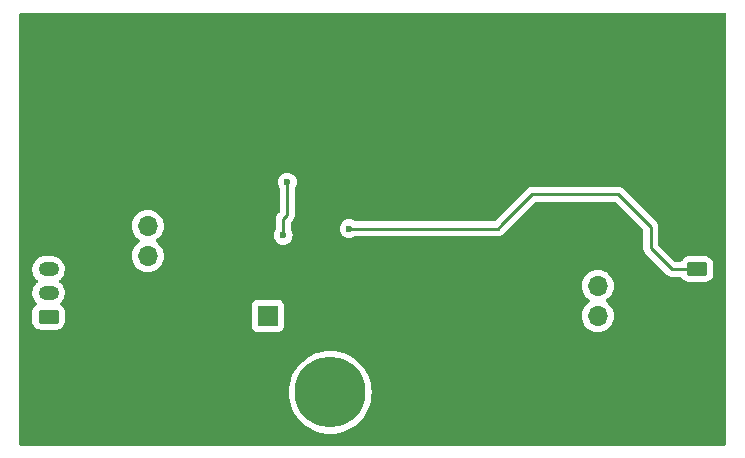
<source format=gbl>
G04 #@! TF.GenerationSoftware,KiCad,Pcbnew,7.0.0*
G04 #@! TF.CreationDate,2023-03-02T15:58:58-08:00*
G04 #@! TF.ProjectId,KYBERNETES-LOGIC-PD,4b594245-524e-4455-9445-532d4c4f4749,rev?*
G04 #@! TF.SameCoordinates,Original*
G04 #@! TF.FileFunction,Copper,L2,Bot*
G04 #@! TF.FilePolarity,Positive*
%FSLAX46Y46*%
G04 Gerber Fmt 4.6, Leading zero omitted, Abs format (unit mm)*
G04 Created by KiCad (PCBNEW 7.0.0) date 2023-03-02 15:58:58*
%MOMM*%
%LPD*%
G01*
G04 APERTURE LIST*
G04 Aperture macros list*
%AMRoundRect*
0 Rectangle with rounded corners*
0 $1 Rounding radius*
0 $2 $3 $4 $5 $6 $7 $8 $9 X,Y pos of 4 corners*
0 Add a 4 corners polygon primitive as box body*
4,1,4,$2,$3,$4,$5,$6,$7,$8,$9,$2,$3,0*
0 Add four circle primitives for the rounded corners*
1,1,$1+$1,$2,$3*
1,1,$1+$1,$4,$5*
1,1,$1+$1,$6,$7*
1,1,$1+$1,$8,$9*
0 Add four rect primitives between the rounded corners*
20,1,$1+$1,$2,$3,$4,$5,0*
20,1,$1+$1,$4,$5,$6,$7,0*
20,1,$1+$1,$6,$7,$8,$9,0*
20,1,$1+$1,$8,$9,$2,$3,0*%
G04 Aperture macros list end*
G04 #@! TA.AperFunction,ComponentPad*
%ADD10R,5.600000X5.600000*%
G04 #@! TD*
G04 #@! TA.AperFunction,ComponentPad*
%ADD11C,6.000000*%
G04 #@! TD*
G04 #@! TA.AperFunction,ComponentPad*
%ADD12RoundRect,1.500000X1.500000X1.500000X-1.500000X1.500000X-1.500000X-1.500000X1.500000X-1.500000X0*%
G04 #@! TD*
G04 #@! TA.AperFunction,ComponentPad*
%ADD13O,1.700000X1.700000*%
G04 #@! TD*
G04 #@! TA.AperFunction,ComponentPad*
%ADD14R,1.700000X1.700000*%
G04 #@! TD*
G04 #@! TA.AperFunction,ComponentPad*
%ADD15RoundRect,0.250000X0.625000X-0.350000X0.625000X0.350000X-0.625000X0.350000X-0.625000X-0.350000X0*%
G04 #@! TD*
G04 #@! TA.AperFunction,ComponentPad*
%ADD16O,1.750000X1.200000*%
G04 #@! TD*
G04 #@! TA.AperFunction,ComponentPad*
%ADD17RoundRect,0.250000X-0.625000X0.350000X-0.625000X-0.350000X0.625000X-0.350000X0.625000X0.350000X0*%
G04 #@! TD*
G04 #@! TA.AperFunction,ViaPad*
%ADD18C,0.600000*%
G04 #@! TD*
G04 #@! TA.AperFunction,Conductor*
%ADD19C,0.254000*%
G04 #@! TD*
G04 APERTURE END LIST*
D10*
X172659999Y-97979999D03*
X118659999Y-97979999D03*
X172659999Y-75979999D03*
X118659999Y-75979999D03*
D11*
X142060000Y-96400000D03*
D12*
X149260000Y-96400000D03*
D13*
X164709999Y-89919999D03*
X164709999Y-87379999D03*
X164709999Y-84839999D03*
D14*
X164709999Y-82299999D03*
D15*
X118210000Y-89980000D03*
D16*
X118209999Y-87979999D03*
X118209999Y-85979999D03*
X118209999Y-83979999D03*
D17*
X173120000Y-85980000D03*
D16*
X173119999Y-87979999D03*
D14*
X136769999Y-89919999D03*
D13*
X126609999Y-84839999D03*
X126609999Y-82299999D03*
X126609999Y-79759999D03*
D14*
X126609999Y-77219999D03*
D18*
X165350000Y-92590000D03*
X159510000Y-96510000D03*
X165340000Y-96350000D03*
X123690000Y-68510000D03*
X167840000Y-68480000D03*
X153070000Y-68300000D03*
X138560000Y-68120000D03*
X124880000Y-93890000D03*
X130710000Y-93730000D03*
X124940000Y-98520000D03*
X130800000Y-98560000D03*
X130170000Y-86480000D03*
X128940000Y-87260000D03*
X171350000Y-70400000D03*
X171330000Y-66900000D03*
X163980000Y-66920000D03*
X164000000Y-70310000D03*
X160370000Y-70230000D03*
X160370000Y-66970000D03*
X156660000Y-70300000D03*
X156640000Y-66880000D03*
X149320000Y-66930000D03*
X149290000Y-70290000D03*
X145640000Y-70280000D03*
X145660000Y-66990000D03*
X141990000Y-66930000D03*
X142000000Y-70310000D03*
X134660000Y-66920000D03*
X134650000Y-70240000D03*
X130920000Y-67000000D03*
X130910000Y-70300000D03*
X127420000Y-66930000D03*
X127360000Y-70340000D03*
X119980000Y-66960000D03*
X120000000Y-70460000D03*
X155170000Y-83960000D03*
X150750000Y-83930000D03*
X155100000Y-81060000D03*
X150770000Y-81210000D03*
X154880000Y-76990000D03*
X150680000Y-76800000D03*
X146220000Y-76690000D03*
X141230000Y-76690000D03*
X140870000Y-90510000D03*
X145720000Y-90600000D03*
X155190000Y-90520000D03*
X155140000Y-87070000D03*
X150800000Y-87070000D03*
X150890000Y-90430000D03*
X159490000Y-91690000D03*
X146200000Y-86430000D03*
X120060000Y-86990000D03*
X135280000Y-85020000D03*
X167890000Y-88000000D03*
X131840000Y-78640000D03*
X133110000Y-78640000D03*
X163960000Y-77500000D03*
X167580000Y-77520000D03*
X139237500Y-84657500D03*
X136080000Y-79570000D03*
X133110000Y-80400000D03*
X167510000Y-83150000D03*
X124960000Y-89040000D03*
X138020000Y-77040000D03*
X130580000Y-80520000D03*
X142020000Y-83120000D03*
X139370000Y-87020000D03*
X139510000Y-83350000D03*
X134850000Y-86720000D03*
X142390000Y-86900000D03*
X172360000Y-81230000D03*
X125060000Y-81090000D03*
X138420000Y-78620000D03*
X138070000Y-83110000D03*
X143670000Y-82540000D03*
D19*
X143670000Y-82540000D02*
X156260000Y-82540000D01*
X156260000Y-82540000D02*
X156630000Y-82170000D01*
X170980000Y-85980000D02*
X169190000Y-84190000D01*
X173120000Y-85980000D02*
X170980000Y-85980000D01*
X169190000Y-82390000D02*
X169200000Y-82380000D01*
X169190000Y-84190000D02*
X169190000Y-82390000D01*
X138420000Y-81390000D02*
X138420000Y-78620000D01*
X138070000Y-83110000D02*
X138070000Y-81740000D01*
X138070000Y-81740000D02*
X138420000Y-81390000D01*
X166440000Y-79620000D02*
X169200000Y-82380000D01*
X156630000Y-82170000D02*
X159180000Y-79620000D01*
X159180000Y-79620000D02*
X166440000Y-79620000D01*
G04 #@! TA.AperFunction,Conductor*
G36*
X175488260Y-64262984D02*
G01*
X175541466Y-64298534D01*
X175577016Y-64351740D01*
X175589500Y-64414500D01*
X175589500Y-100745500D01*
X175577016Y-100808260D01*
X175541466Y-100861466D01*
X175488260Y-100897016D01*
X175425500Y-100909500D01*
X115894500Y-100909500D01*
X115831740Y-100897016D01*
X115778534Y-100861466D01*
X115742984Y-100808260D01*
X115730500Y-100745500D01*
X115730500Y-96400000D01*
X138554696Y-96400000D01*
X138573898Y-96766404D01*
X138574567Y-96770629D01*
X138574569Y-96770646D01*
X138630622Y-97124549D01*
X138630624Y-97124561D01*
X138631295Y-97128794D01*
X138726258Y-97483199D01*
X138857745Y-97825736D01*
X138859693Y-97829559D01*
X139022366Y-98148822D01*
X139022370Y-98148829D01*
X139024318Y-98152652D01*
X139224149Y-98460366D01*
X139226845Y-98463695D01*
X139226847Y-98463698D01*
X139452352Y-98742174D01*
X139452359Y-98742182D01*
X139455051Y-98745506D01*
X139714494Y-99004949D01*
X139717818Y-99007640D01*
X139717825Y-99007647D01*
X139996301Y-99233152D01*
X139999634Y-99235851D01*
X140307348Y-99435682D01*
X140634264Y-99602255D01*
X140976801Y-99733742D01*
X141331206Y-99828705D01*
X141693596Y-99886102D01*
X142060000Y-99905304D01*
X142426404Y-99886102D01*
X142788794Y-99828705D01*
X143143199Y-99733742D01*
X143485736Y-99602255D01*
X143812652Y-99435682D01*
X144120366Y-99235851D01*
X144405506Y-99004949D01*
X144664949Y-98745506D01*
X144895851Y-98460366D01*
X145095682Y-98152652D01*
X145262255Y-97825736D01*
X145393742Y-97483199D01*
X145488705Y-97128794D01*
X145546102Y-96766404D01*
X145565304Y-96400000D01*
X145546102Y-96033596D01*
X145488705Y-95671206D01*
X145393742Y-95316801D01*
X145262255Y-94974264D01*
X145095682Y-94647348D01*
X144895851Y-94339634D01*
X144893152Y-94336301D01*
X144667647Y-94057825D01*
X144667640Y-94057818D01*
X144664949Y-94054494D01*
X144405506Y-93795051D01*
X144402182Y-93792359D01*
X144402174Y-93792352D01*
X144123698Y-93566847D01*
X144123695Y-93566845D01*
X144120366Y-93564149D01*
X144116773Y-93561816D01*
X144116768Y-93561812D01*
X143816257Y-93366659D01*
X143816255Y-93366658D01*
X143812652Y-93364318D01*
X143808829Y-93362370D01*
X143808822Y-93362366D01*
X143489559Y-93199693D01*
X143489560Y-93199693D01*
X143485736Y-93197745D01*
X143481730Y-93196207D01*
X143481725Y-93196205D01*
X143147206Y-93067796D01*
X143147203Y-93067795D01*
X143143199Y-93066258D01*
X143139065Y-93065150D01*
X143139058Y-93065148D01*
X142792942Y-92972406D01*
X142792933Y-92972404D01*
X142788794Y-92971295D01*
X142784561Y-92970624D01*
X142784549Y-92970622D01*
X142430646Y-92914569D01*
X142430629Y-92914567D01*
X142426404Y-92913898D01*
X142060000Y-92894696D01*
X142055707Y-92894921D01*
X141697888Y-92913673D01*
X141697886Y-92913673D01*
X141693596Y-92913898D01*
X141689372Y-92914566D01*
X141689353Y-92914569D01*
X141335450Y-92970622D01*
X141335434Y-92970625D01*
X141331206Y-92971295D01*
X141327070Y-92972403D01*
X141327057Y-92972406D01*
X140980941Y-93065148D01*
X140980928Y-93065151D01*
X140976801Y-93066258D01*
X140972801Y-93067793D01*
X140972793Y-93067796D01*
X140638274Y-93196205D01*
X140638262Y-93196210D01*
X140634264Y-93197745D01*
X140630446Y-93199689D01*
X140630440Y-93199693D01*
X140311177Y-93362366D01*
X140311162Y-93362374D01*
X140307348Y-93364318D01*
X140303752Y-93366652D01*
X140303742Y-93366659D01*
X140003231Y-93561812D01*
X140003216Y-93561822D01*
X139999634Y-93564149D01*
X139996313Y-93566838D01*
X139996301Y-93566847D01*
X139717825Y-93792352D01*
X139717807Y-93792367D01*
X139714494Y-93795051D01*
X139711474Y-93798070D01*
X139711464Y-93798080D01*
X139458080Y-94051464D01*
X139458070Y-94051474D01*
X139455051Y-94054494D01*
X139452367Y-94057807D01*
X139452352Y-94057825D01*
X139226847Y-94336301D01*
X139226838Y-94336313D01*
X139224149Y-94339634D01*
X139221822Y-94343216D01*
X139221812Y-94343231D01*
X139026659Y-94643742D01*
X139026652Y-94643752D01*
X139024318Y-94647348D01*
X139022374Y-94651162D01*
X139022366Y-94651177D01*
X138859693Y-94970440D01*
X138857745Y-94974264D01*
X138856210Y-94978262D01*
X138856205Y-94978274D01*
X138727796Y-95312793D01*
X138727793Y-95312801D01*
X138726258Y-95316801D01*
X138725151Y-95320928D01*
X138725148Y-95320941D01*
X138632406Y-95667057D01*
X138632403Y-95667070D01*
X138631295Y-95671206D01*
X138630625Y-95675434D01*
X138630622Y-95675450D01*
X138574569Y-96029353D01*
X138574566Y-96029372D01*
X138573898Y-96033596D01*
X138554696Y-96400000D01*
X115730500Y-96400000D01*
X115730500Y-87927398D01*
X116830746Y-87927398D01*
X116831117Y-87935192D01*
X116831117Y-87935198D01*
X116835757Y-88032602D01*
X116840746Y-88137330D01*
X116842587Y-88144922D01*
X116842588Y-88144923D01*
X116869647Y-88256463D01*
X116890296Y-88341576D01*
X116977604Y-88532753D01*
X116982131Y-88539110D01*
X116982132Y-88539112D01*
X117094983Y-88697590D01*
X117094986Y-88697594D01*
X117099514Y-88703952D01*
X117105165Y-88709340D01*
X117164560Y-88765973D01*
X117205310Y-88828066D01*
X117214493Y-88901766D01*
X117190225Y-88971959D01*
X117137483Y-89024249D01*
X117124473Y-89032273D01*
X117124467Y-89032277D01*
X117116344Y-89037288D01*
X117109597Y-89044034D01*
X117109593Y-89044038D01*
X116999038Y-89154593D01*
X116999034Y-89154597D01*
X116992288Y-89161344D01*
X116987278Y-89169464D01*
X116987275Y-89169470D01*
X116905198Y-89302539D01*
X116905195Y-89302543D01*
X116900186Y-89310666D01*
X116897185Y-89319719D01*
X116897182Y-89319728D01*
X116847817Y-89468703D01*
X116847815Y-89468708D01*
X116845001Y-89477203D01*
X116844091Y-89486102D01*
X116844090Y-89486111D01*
X116834924Y-89575833D01*
X116834923Y-89575848D01*
X116834500Y-89579991D01*
X116834500Y-89584170D01*
X116834500Y-89584171D01*
X116834500Y-90375825D01*
X116834500Y-90375844D01*
X116834501Y-90380008D01*
X116845001Y-90482797D01*
X116847815Y-90491290D01*
X116847816Y-90491293D01*
X116897182Y-90640271D01*
X116897184Y-90640277D01*
X116900186Y-90649334D01*
X116992288Y-90798656D01*
X117116344Y-90922712D01*
X117265666Y-91014814D01*
X117432203Y-91069999D01*
X117534991Y-91080500D01*
X118885008Y-91080499D01*
X118987797Y-91069999D01*
X119154334Y-91014814D01*
X119303656Y-90922712D01*
X119412865Y-90813503D01*
X135419500Y-90813503D01*
X135419501Y-90817872D01*
X135419968Y-90822223D01*
X135419969Y-90822228D01*
X135424812Y-90867284D01*
X135424813Y-90867288D01*
X135425909Y-90877483D01*
X135429493Y-90887092D01*
X135429494Y-90887095D01*
X135472104Y-91001340D01*
X135472105Y-91001343D01*
X135476204Y-91012331D01*
X135483232Y-91021719D01*
X135483233Y-91021721D01*
X135539631Y-91097059D01*
X135562454Y-91127546D01*
X135571849Y-91134579D01*
X135647050Y-91190875D01*
X135677669Y-91213796D01*
X135812517Y-91264091D01*
X135872127Y-91270500D01*
X137667872Y-91270499D01*
X137727483Y-91264091D01*
X137862331Y-91213796D01*
X137977546Y-91127546D01*
X138063796Y-91012331D01*
X138114091Y-90877483D01*
X138120500Y-90817873D01*
X138120499Y-89920000D01*
X163354341Y-89920000D01*
X163374937Y-90155408D01*
X163376786Y-90162310D01*
X163376788Y-90162319D01*
X163434243Y-90376746D01*
X163434245Y-90376752D01*
X163436097Y-90383663D01*
X163535965Y-90597830D01*
X163540063Y-90603683D01*
X163540068Y-90603691D01*
X163577718Y-90657460D01*
X163671505Y-90791401D01*
X163838599Y-90958495D01*
X163915485Y-91012331D01*
X164026308Y-91089931D01*
X164026313Y-91089933D01*
X164032170Y-91094035D01*
X164246337Y-91193903D01*
X164474592Y-91255063D01*
X164710000Y-91275659D01*
X164945408Y-91255063D01*
X165173663Y-91193903D01*
X165387830Y-91094035D01*
X165581401Y-90958495D01*
X165748495Y-90791401D01*
X165884035Y-90597830D01*
X165983903Y-90383663D01*
X166045063Y-90155408D01*
X166065659Y-89920000D01*
X166045063Y-89684592D01*
X165983903Y-89456337D01*
X165884035Y-89242171D01*
X165748495Y-89048599D01*
X165581401Y-88881505D01*
X165575538Y-88877400D01*
X165575529Y-88877392D01*
X165442637Y-88784341D01*
X165391233Y-88725727D01*
X165372703Y-88650000D01*
X165391233Y-88574273D01*
X165442637Y-88515659D01*
X165575529Y-88422607D01*
X165575531Y-88422604D01*
X165581401Y-88418495D01*
X165748495Y-88251401D01*
X165884035Y-88057830D01*
X165983903Y-87843663D01*
X166045063Y-87615408D01*
X166065659Y-87380000D01*
X166045063Y-87144592D01*
X165983903Y-86916337D01*
X165952496Y-86848986D01*
X165887063Y-86708665D01*
X165884035Y-86702171D01*
X165748495Y-86508599D01*
X165581401Y-86341505D01*
X165554330Y-86322549D01*
X165393691Y-86210068D01*
X165393683Y-86210063D01*
X165387830Y-86205965D01*
X165173663Y-86106097D01*
X165166752Y-86104245D01*
X165166746Y-86104243D01*
X164952319Y-86046788D01*
X164952310Y-86046786D01*
X164945408Y-86044937D01*
X164938284Y-86044313D01*
X164938280Y-86044313D01*
X164717132Y-86024965D01*
X164710000Y-86024341D01*
X164702868Y-86024965D01*
X164481719Y-86044313D01*
X164481713Y-86044313D01*
X164474592Y-86044937D01*
X164467691Y-86046785D01*
X164467680Y-86046788D01*
X164253253Y-86104243D01*
X164253243Y-86104246D01*
X164246337Y-86106097D01*
X164239857Y-86109118D01*
X164239845Y-86109123D01*
X164038665Y-86202936D01*
X164038658Y-86202940D01*
X164032171Y-86205965D01*
X164026307Y-86210070D01*
X164026300Y-86210075D01*
X163844466Y-86337396D01*
X163844459Y-86337401D01*
X163838599Y-86341505D01*
X163833544Y-86346559D01*
X163833538Y-86346565D01*
X163676565Y-86503538D01*
X163676559Y-86503544D01*
X163671505Y-86508599D01*
X163667401Y-86514459D01*
X163667396Y-86514466D01*
X163540075Y-86696300D01*
X163540070Y-86696307D01*
X163535965Y-86702171D01*
X163532940Y-86708658D01*
X163532936Y-86708665D01*
X163439123Y-86909845D01*
X163439118Y-86909857D01*
X163436097Y-86916337D01*
X163434246Y-86923243D01*
X163434243Y-86923253D01*
X163376788Y-87137680D01*
X163376785Y-87137691D01*
X163374937Y-87144592D01*
X163374313Y-87151713D01*
X163374313Y-87151719D01*
X163357359Y-87345510D01*
X163354341Y-87380000D01*
X163354965Y-87387132D01*
X163366063Y-87513986D01*
X163374937Y-87615408D01*
X163376786Y-87622310D01*
X163376788Y-87622319D01*
X163434243Y-87836746D01*
X163434245Y-87836752D01*
X163436097Y-87843663D01*
X163535965Y-88057830D01*
X163540063Y-88063683D01*
X163540068Y-88063691D01*
X163596948Y-88144923D01*
X163671505Y-88251401D01*
X163838599Y-88418495D01*
X163844462Y-88422600D01*
X163844470Y-88422607D01*
X163977363Y-88515659D01*
X164028767Y-88574273D01*
X164047297Y-88650000D01*
X164028767Y-88725727D01*
X163977364Y-88784341D01*
X163844461Y-88877400D01*
X163844458Y-88877402D01*
X163838599Y-88881505D01*
X163833544Y-88886559D01*
X163833538Y-88886565D01*
X163676565Y-89043538D01*
X163676559Y-89043544D01*
X163671505Y-89048599D01*
X163667401Y-89054459D01*
X163667396Y-89054466D01*
X163540075Y-89236300D01*
X163540070Y-89236307D01*
X163535965Y-89242171D01*
X163532940Y-89248658D01*
X163532936Y-89248665D01*
X163439123Y-89449845D01*
X163439118Y-89449857D01*
X163436097Y-89456337D01*
X163434246Y-89463243D01*
X163434243Y-89463253D01*
X163376788Y-89677680D01*
X163376785Y-89677691D01*
X163374937Y-89684592D01*
X163354341Y-89920000D01*
X138120499Y-89920000D01*
X138120499Y-89022128D01*
X138114091Y-88962517D01*
X138063796Y-88827669D01*
X137977546Y-88712454D01*
X137966189Y-88703952D01*
X137871721Y-88633233D01*
X137871719Y-88633232D01*
X137862331Y-88626204D01*
X137851343Y-88622105D01*
X137851340Y-88622104D01*
X137737092Y-88579493D01*
X137727483Y-88575909D01*
X137717289Y-88574813D01*
X137717285Y-88574812D01*
X137672246Y-88569970D01*
X137672242Y-88569969D01*
X137667873Y-88569500D01*
X137663476Y-88569500D01*
X135876514Y-88569500D01*
X135876495Y-88569500D01*
X135872128Y-88569501D01*
X135867777Y-88569968D01*
X135867771Y-88569969D01*
X135822715Y-88574812D01*
X135822709Y-88574813D01*
X135812517Y-88575909D01*
X135802907Y-88579493D01*
X135802904Y-88579494D01*
X135688659Y-88622104D01*
X135688653Y-88622107D01*
X135677669Y-88626204D01*
X135668283Y-88633230D01*
X135668278Y-88633233D01*
X135571849Y-88705420D01*
X135571845Y-88705423D01*
X135562454Y-88712454D01*
X135555423Y-88721845D01*
X135555420Y-88721849D01*
X135483233Y-88818278D01*
X135483230Y-88818283D01*
X135476204Y-88827669D01*
X135472107Y-88838653D01*
X135472104Y-88838659D01*
X135443434Y-88915529D01*
X135425909Y-88962517D01*
X135424813Y-88972708D01*
X135424812Y-88972714D01*
X135419970Y-89017753D01*
X135419500Y-89022127D01*
X135419500Y-89026514D01*
X135419500Y-89026523D01*
X135419500Y-90813485D01*
X135419500Y-90813503D01*
X119412865Y-90813503D01*
X119427712Y-90798656D01*
X119519814Y-90649334D01*
X119574999Y-90482797D01*
X119585500Y-90380009D01*
X119585499Y-89579992D01*
X119574999Y-89477203D01*
X119519814Y-89310666D01*
X119427712Y-89161344D01*
X119303656Y-89037288D01*
X119295528Y-89032274D01*
X119295526Y-89032273D01*
X119286207Y-89026525D01*
X119235582Y-88977514D01*
X119210195Y-88911783D01*
X119214734Y-88841466D01*
X119248361Y-88779544D01*
X119380400Y-88627164D01*
X119380401Y-88627161D01*
X119385519Y-88621256D01*
X119490604Y-88439244D01*
X119559344Y-88240633D01*
X119589254Y-88032602D01*
X119579254Y-87822670D01*
X119529704Y-87618424D01*
X119442396Y-87427247D01*
X119403673Y-87372868D01*
X119325016Y-87262409D01*
X119325013Y-87262406D01*
X119320486Y-87256048D01*
X119168378Y-87111014D01*
X119161806Y-87106790D01*
X119161059Y-87106203D01*
X119114919Y-87048949D01*
X119098434Y-86977290D01*
X119114918Y-86905630D01*
X119161055Y-86848376D01*
X119247886Y-86780092D01*
X119385519Y-86621256D01*
X119490604Y-86439244D01*
X119559344Y-86240633D01*
X119589254Y-86032602D01*
X119579254Y-85822670D01*
X119529704Y-85618424D01*
X119442396Y-85427247D01*
X119389169Y-85352500D01*
X119325016Y-85262409D01*
X119325013Y-85262406D01*
X119320486Y-85256048D01*
X119168378Y-85111014D01*
X119053659Y-85037288D01*
X118998148Y-85001613D01*
X118998146Y-85001612D01*
X118991572Y-84997387D01*
X118984316Y-84994482D01*
X118984314Y-84994481D01*
X118803718Y-84922181D01*
X118803709Y-84922178D01*
X118796457Y-84919275D01*
X118788784Y-84917796D01*
X118788777Y-84917794D01*
X118597756Y-84880978D01*
X118597751Y-84880977D01*
X118590085Y-84879500D01*
X117882575Y-84879500D01*
X117878697Y-84879870D01*
X117878682Y-84879871D01*
X117733562Y-84893729D01*
X117733561Y-84893729D01*
X117725782Y-84894472D01*
X117718288Y-84896672D01*
X117718285Y-84896673D01*
X117531618Y-84951483D01*
X117531610Y-84951486D01*
X117524125Y-84953684D01*
X117517184Y-84957261D01*
X117517182Y-84957263D01*
X117344265Y-85046407D01*
X117344260Y-85046410D01*
X117337318Y-85049989D01*
X117331179Y-85054816D01*
X117331174Y-85054820D01*
X117178251Y-85175081D01*
X117178246Y-85175085D01*
X117172114Y-85179908D01*
X117167009Y-85185798D01*
X117167002Y-85185806D01*
X117039595Y-85332841D01*
X117039590Y-85332847D01*
X117034481Y-85338744D01*
X117030577Y-85345505D01*
X117030574Y-85345510D01*
X116933304Y-85513986D01*
X116933301Y-85513991D01*
X116929396Y-85520756D01*
X116926840Y-85528139D01*
X116926839Y-85528143D01*
X116863212Y-85711980D01*
X116863210Y-85711986D01*
X116860656Y-85719367D01*
X116859545Y-85727090D01*
X116859543Y-85727101D01*
X116831857Y-85919670D01*
X116830746Y-85927398D01*
X116831117Y-85935192D01*
X116831117Y-85935198D01*
X116835757Y-86032602D01*
X116840746Y-86137330D01*
X116842587Y-86144922D01*
X116842588Y-86144923D01*
X116854896Y-86195659D01*
X116890296Y-86341576D01*
X116934900Y-86439244D01*
X116969252Y-86514466D01*
X116977604Y-86532753D01*
X116982131Y-86539110D01*
X116982132Y-86539112D01*
X117094983Y-86697590D01*
X117094986Y-86697594D01*
X117099514Y-86703952D01*
X117251622Y-86848986D01*
X117258196Y-86853211D01*
X117258939Y-86853795D01*
X117305079Y-86911048D01*
X117321565Y-86982708D01*
X117305082Y-87054368D01*
X117258944Y-87111623D01*
X117178251Y-87175081D01*
X117178246Y-87175085D01*
X117172114Y-87179908D01*
X117167009Y-87185798D01*
X117167002Y-87185806D01*
X117039595Y-87332841D01*
X117039590Y-87332847D01*
X117034481Y-87338744D01*
X117030577Y-87345505D01*
X117030574Y-87345510D01*
X116933304Y-87513986D01*
X116933301Y-87513991D01*
X116929396Y-87520756D01*
X116926840Y-87528139D01*
X116926839Y-87528143D01*
X116863212Y-87711980D01*
X116863210Y-87711986D01*
X116860656Y-87719367D01*
X116859545Y-87727090D01*
X116859543Y-87727101D01*
X116831857Y-87919670D01*
X116830746Y-87927398D01*
X115730500Y-87927398D01*
X115730500Y-84840000D01*
X125254341Y-84840000D01*
X125254965Y-84847132D01*
X125273135Y-85054820D01*
X125274937Y-85075408D01*
X125276786Y-85082310D01*
X125276788Y-85082319D01*
X125334243Y-85296746D01*
X125334245Y-85296752D01*
X125336097Y-85303663D01*
X125435965Y-85517830D01*
X125440063Y-85523683D01*
X125440068Y-85523691D01*
X125552549Y-85684330D01*
X125571505Y-85711401D01*
X125738599Y-85878495D01*
X125797403Y-85919670D01*
X125926308Y-86009931D01*
X125926313Y-86009933D01*
X125932170Y-86014035D01*
X126146337Y-86113903D01*
X126374592Y-86175063D01*
X126610000Y-86195659D01*
X126845408Y-86175063D01*
X127073663Y-86113903D01*
X127287830Y-86014035D01*
X127481401Y-85878495D01*
X127648495Y-85711401D01*
X127784035Y-85517830D01*
X127883903Y-85303663D01*
X127945063Y-85075408D01*
X127965659Y-84840000D01*
X127945063Y-84604592D01*
X127939799Y-84584948D01*
X127913048Y-84485109D01*
X127883903Y-84376337D01*
X127870359Y-84347293D01*
X127787063Y-84168665D01*
X127784035Y-84162171D01*
X127648495Y-83968599D01*
X127481401Y-83801505D01*
X127475538Y-83797400D01*
X127475529Y-83797392D01*
X127342637Y-83704341D01*
X127291233Y-83645727D01*
X127272703Y-83570000D01*
X127291233Y-83494273D01*
X127342637Y-83435659D01*
X127475529Y-83342607D01*
X127475531Y-83342604D01*
X127481401Y-83338495D01*
X127648495Y-83171401D01*
X127691488Y-83110000D01*
X137264435Y-83110000D01*
X137265466Y-83119150D01*
X137271923Y-83176463D01*
X137284632Y-83289255D01*
X137287671Y-83297940D01*
X137287672Y-83297944D01*
X137335861Y-83435659D01*
X137344211Y-83459522D01*
X137440184Y-83612262D01*
X137567738Y-83739816D01*
X137720478Y-83835789D01*
X137890745Y-83895368D01*
X138070000Y-83915565D01*
X138249255Y-83895368D01*
X138419522Y-83835789D01*
X138572262Y-83739816D01*
X138699816Y-83612262D01*
X138795789Y-83459522D01*
X138855368Y-83289255D01*
X138875565Y-83110000D01*
X138855368Y-82930745D01*
X138795789Y-82760478D01*
X138722637Y-82644057D01*
X138703910Y-82602205D01*
X138697500Y-82556804D01*
X138697500Y-82540000D01*
X142864435Y-82540000D01*
X142884632Y-82719255D01*
X142887671Y-82727940D01*
X142887672Y-82727944D01*
X142900171Y-82763663D01*
X142944211Y-82889522D01*
X142949111Y-82897320D01*
X143031073Y-83027763D01*
X143040184Y-83042262D01*
X143167738Y-83169816D01*
X143320478Y-83265789D01*
X143490745Y-83325368D01*
X143670000Y-83345565D01*
X143849255Y-83325368D01*
X144019522Y-83265789D01*
X144135941Y-83192637D01*
X144177795Y-83173910D01*
X144223196Y-83167500D01*
X156183419Y-83167500D01*
X156192678Y-83167936D01*
X156200477Y-83169680D01*
X156267282Y-83167580D01*
X156272432Y-83167500D01*
X156294324Y-83167500D01*
X156299476Y-83167500D01*
X156304585Y-83166854D01*
X156309738Y-83166530D01*
X156309741Y-83166591D01*
X156317004Y-83166018D01*
X156358943Y-83164701D01*
X156375259Y-83159960D01*
X156400450Y-83154743D01*
X156417293Y-83152616D01*
X156456286Y-83137176D01*
X156470908Y-83132171D01*
X156484444Y-83128238D01*
X156511191Y-83120468D01*
X156525798Y-83111828D01*
X156548917Y-83100502D01*
X156564703Y-83094253D01*
X156598647Y-83069589D01*
X156611530Y-83061126D01*
X156647656Y-83039763D01*
X156659663Y-83027754D01*
X156679230Y-83011042D01*
X156692967Y-83001063D01*
X156719703Y-82968742D01*
X156730091Y-82957326D01*
X157101623Y-82585796D01*
X157101623Y-82585795D01*
X159391884Y-80295534D01*
X159445090Y-80259984D01*
X159507850Y-80247500D01*
X166112149Y-80247500D01*
X166174909Y-80259984D01*
X166228115Y-80295534D01*
X168514466Y-82581885D01*
X168550016Y-82635091D01*
X168562500Y-82697851D01*
X168562500Y-84113419D01*
X168562063Y-84122678D01*
X168560320Y-84130477D01*
X168560643Y-84140778D01*
X168560643Y-84140786D01*
X168562419Y-84197282D01*
X168562500Y-84202432D01*
X168562500Y-84229476D01*
X168563145Y-84234590D01*
X168563469Y-84239729D01*
X168563409Y-84239732D01*
X168563980Y-84247003D01*
X168564974Y-84278627D01*
X168564974Y-84278632D01*
X168565299Y-84288943D01*
X168568176Y-84298846D01*
X168568177Y-84298851D01*
X168570038Y-84305254D01*
X168575255Y-84330448D01*
X168576089Y-84337049D01*
X168576090Y-84337055D01*
X168577384Y-84347293D01*
X168581181Y-84356883D01*
X168581183Y-84356891D01*
X168592822Y-84386288D01*
X168597825Y-84400900D01*
X168606653Y-84431284D01*
X168606655Y-84431288D01*
X168609532Y-84441191D01*
X168614777Y-84450060D01*
X168614780Y-84450066D01*
X168618174Y-84455803D01*
X168629497Y-84478917D01*
X168635747Y-84494703D01*
X168660403Y-84528639D01*
X168668878Y-84541542D01*
X168684982Y-84568772D01*
X168684986Y-84568777D01*
X168690237Y-84577656D01*
X168697529Y-84584948D01*
X168702247Y-84589666D01*
X168718958Y-84609233D01*
X168722869Y-84614616D01*
X168722871Y-84614618D01*
X168728937Y-84622967D01*
X168761253Y-84649701D01*
X168772670Y-84660089D01*
X170482147Y-86369566D01*
X170488377Y-86376413D01*
X170492660Y-86383162D01*
X170541354Y-86428889D01*
X170545053Y-86432472D01*
X170564204Y-86451623D01*
X170568275Y-86454780D01*
X170572142Y-86458189D01*
X170572101Y-86458235D01*
X170577651Y-86462973D01*
X170608233Y-86491693D01*
X170623115Y-86499874D01*
X170644627Y-86514005D01*
X170658038Y-86524408D01*
X170667509Y-86528506D01*
X170667512Y-86528508D01*
X170696531Y-86541065D01*
X170710399Y-86547858D01*
X170747166Y-86568072D01*
X170763012Y-86572140D01*
X170763613Y-86572295D01*
X170787956Y-86580629D01*
X170803541Y-86587373D01*
X170844960Y-86593932D01*
X170860090Y-86597066D01*
X170890733Y-86604934D01*
X170890735Y-86604934D01*
X170900728Y-86607500D01*
X170917715Y-86607500D01*
X170943369Y-86609518D01*
X170960133Y-86612174D01*
X171001879Y-86608227D01*
X171017311Y-86607500D01*
X171692851Y-86607500D01*
X171747446Y-86616854D01*
X171795813Y-86643849D01*
X171832433Y-86685403D01*
X171902288Y-86798656D01*
X172026344Y-86922712D01*
X172175666Y-87014814D01*
X172342203Y-87069999D01*
X172444991Y-87080500D01*
X173795008Y-87080499D01*
X173897797Y-87069999D01*
X174064334Y-87014814D01*
X174213656Y-86922712D01*
X174337712Y-86798656D01*
X174429814Y-86649334D01*
X174484999Y-86482797D01*
X174495500Y-86380009D01*
X174495499Y-85579992D01*
X174484999Y-85477203D01*
X174429814Y-85310666D01*
X174337712Y-85161344D01*
X174213656Y-85037288D01*
X174155817Y-85001613D01*
X174072460Y-84950198D01*
X174072459Y-84950197D01*
X174064334Y-84945186D01*
X174055277Y-84942184D01*
X174055271Y-84942182D01*
X173906296Y-84892817D01*
X173906293Y-84892816D01*
X173897797Y-84890001D01*
X173888895Y-84889091D01*
X173888888Y-84889090D01*
X173799166Y-84879924D01*
X173799152Y-84879923D01*
X173795009Y-84879500D01*
X173790828Y-84879500D01*
X172449174Y-84879500D01*
X172449154Y-84879500D01*
X172444992Y-84879501D01*
X172440831Y-84879925D01*
X172440831Y-84879926D01*
X172351109Y-84889091D01*
X172351106Y-84889091D01*
X172342203Y-84890001D01*
X172333711Y-84892814D01*
X172333706Y-84892816D01*
X172184728Y-84942182D01*
X172184719Y-84942185D01*
X172175666Y-84945186D01*
X172167543Y-84950195D01*
X172167539Y-84950198D01*
X172034470Y-85032275D01*
X172034464Y-85032278D01*
X172026344Y-85037288D01*
X172019597Y-85044034D01*
X172019593Y-85044038D01*
X171909038Y-85154593D01*
X171909034Y-85154597D01*
X171902288Y-85161344D01*
X171897278Y-85169464D01*
X171897275Y-85169470D01*
X171851413Y-85243824D01*
X171843875Y-85256048D01*
X171832435Y-85274595D01*
X171795813Y-85316151D01*
X171747446Y-85343146D01*
X171692851Y-85352500D01*
X171307851Y-85352500D01*
X171245091Y-85340016D01*
X171191885Y-85304466D01*
X169865534Y-83978115D01*
X169829984Y-83924909D01*
X169817500Y-83862149D01*
X169817500Y-82512117D01*
X169821450Y-82476340D01*
X169827429Y-82449592D01*
X169829680Y-82439523D01*
X169829355Y-82429204D01*
X169830259Y-82419646D01*
X169830560Y-82410062D01*
X169832175Y-82399867D01*
X169827054Y-82345711D01*
X169826408Y-82335426D01*
X169825024Y-82291375D01*
X169824700Y-82281057D01*
X169821819Y-82271142D01*
X169820317Y-82261658D01*
X169818224Y-82252296D01*
X169817254Y-82242027D01*
X169798823Y-82190835D01*
X169795648Y-82181060D01*
X169783347Y-82138718D01*
X169780468Y-82128808D01*
X169775213Y-82119923D01*
X169771408Y-82111129D01*
X169767046Y-82102568D01*
X169763550Y-82092857D01*
X169732959Y-82047845D01*
X169727465Y-82039186D01*
X169699763Y-81992344D01*
X169692471Y-81985052D01*
X169686605Y-81977489D01*
X169680235Y-81970263D01*
X169674435Y-81961729D01*
X169663270Y-81951886D01*
X169633646Y-81925768D01*
X169626136Y-81918717D01*
X166937849Y-79230430D01*
X166931623Y-79223587D01*
X166927340Y-79216838D01*
X166919816Y-79209772D01*
X166919814Y-79209770D01*
X166878644Y-79171109D01*
X166874944Y-79167525D01*
X166859436Y-79152017D01*
X166855796Y-79148377D01*
X166851720Y-79145216D01*
X166847861Y-79141814D01*
X166847901Y-79141768D01*
X166842356Y-79137032D01*
X166811767Y-79108307D01*
X166796882Y-79100124D01*
X166775379Y-79085999D01*
X166761962Y-79075592D01*
X166752498Y-79071496D01*
X166752492Y-79071493D01*
X166723468Y-79058934D01*
X166709597Y-79052138D01*
X166692453Y-79042714D01*
X166681873Y-79036897D01*
X166681871Y-79036896D01*
X166672834Y-79031928D01*
X166656381Y-79027703D01*
X166632045Y-79019371D01*
X166631878Y-79019298D01*
X166616458Y-79012626D01*
X166606272Y-79011012D01*
X166606263Y-79011010D01*
X166575023Y-79006062D01*
X166559899Y-79002930D01*
X166529270Y-78995066D01*
X166529262Y-78995065D01*
X166519272Y-78992500D01*
X166508954Y-78992500D01*
X166502291Y-78992500D01*
X166476637Y-78990481D01*
X166474838Y-78990196D01*
X166470055Y-78989438D01*
X166470050Y-78989437D01*
X166459867Y-78987825D01*
X166449595Y-78988796D01*
X166418114Y-78991772D01*
X166402680Y-78992500D01*
X159256581Y-78992500D01*
X159247321Y-78992063D01*
X159239523Y-78990320D01*
X159229220Y-78990643D01*
X159229213Y-78990643D01*
X159172719Y-78992419D01*
X159167569Y-78992500D01*
X159140524Y-78992500D01*
X159135405Y-78993146D01*
X159130274Y-78993469D01*
X159130270Y-78993409D01*
X159122999Y-78993980D01*
X159091372Y-78994974D01*
X159091365Y-78994974D01*
X159081058Y-78995299D01*
X159064734Y-79000040D01*
X159039556Y-79005254D01*
X159022707Y-79007384D01*
X159013120Y-79011179D01*
X159013118Y-79011180D01*
X158983713Y-79022822D01*
X158969106Y-79027823D01*
X158938718Y-79036652D01*
X158938710Y-79036655D01*
X158928809Y-79039532D01*
X158919932Y-79044781D01*
X158919924Y-79044785D01*
X158914188Y-79048178D01*
X158891094Y-79059491D01*
X158884894Y-79061945D01*
X158884879Y-79061952D01*
X158875297Y-79065747D01*
X158866955Y-79071807D01*
X158866949Y-79071811D01*
X158841362Y-79090401D01*
X158828454Y-79098880D01*
X158801230Y-79114980D01*
X158801222Y-79114985D01*
X158792345Y-79120236D01*
X158785047Y-79127532D01*
X158785045Y-79127535D01*
X158780332Y-79132248D01*
X158760774Y-79148952D01*
X158755378Y-79152872D01*
X158755370Y-79152879D01*
X158747033Y-79158937D01*
X158740463Y-79166877D01*
X158740457Y-79166884D01*
X158720301Y-79191248D01*
X158709906Y-79202672D01*
X156242343Y-81670236D01*
X156242343Y-81670237D01*
X156242341Y-81670239D01*
X156242341Y-81670238D01*
X156048115Y-81864465D01*
X155994909Y-81900016D01*
X155932149Y-81912500D01*
X144223196Y-81912500D01*
X144177795Y-81906090D01*
X144135943Y-81887363D01*
X144044403Y-81829845D01*
X144019522Y-81814211D01*
X144010830Y-81811169D01*
X144010829Y-81811169D01*
X143857944Y-81757672D01*
X143857940Y-81757671D01*
X143849255Y-81754632D01*
X143840107Y-81753601D01*
X143840106Y-81753601D01*
X143679150Y-81735466D01*
X143670000Y-81734435D01*
X143660850Y-81735466D01*
X143499893Y-81753601D01*
X143499890Y-81753601D01*
X143490745Y-81754632D01*
X143482061Y-81757670D01*
X143482055Y-81757672D01*
X143329170Y-81811169D01*
X143329165Y-81811170D01*
X143320478Y-81814211D01*
X143312682Y-81819109D01*
X143312679Y-81819111D01*
X143175533Y-81905285D01*
X143175526Y-81905290D01*
X143167738Y-81910184D01*
X143161233Y-81916688D01*
X143161229Y-81916692D01*
X143046692Y-82031229D01*
X143046688Y-82031233D01*
X143040184Y-82037738D01*
X143035290Y-82045526D01*
X143035285Y-82045533D01*
X142949111Y-82182679D01*
X142944211Y-82190478D01*
X142941170Y-82199165D01*
X142941169Y-82199170D01*
X142887672Y-82352055D01*
X142887670Y-82352061D01*
X142884632Y-82360745D01*
X142883601Y-82369890D01*
X142883601Y-82369893D01*
X142875756Y-82439523D01*
X142864435Y-82540000D01*
X138697500Y-82540000D01*
X138697500Y-82067850D01*
X138709983Y-82005091D01*
X138745533Y-81951886D01*
X138792133Y-81905285D01*
X138809569Y-81887848D01*
X138816411Y-81881623D01*
X138823162Y-81877340D01*
X138868953Y-81828576D01*
X138872477Y-81824940D01*
X138891623Y-81805796D01*
X138894795Y-81801704D01*
X138898195Y-81797849D01*
X138898242Y-81797890D01*
X138902971Y-81792350D01*
X138931693Y-81761767D01*
X138939873Y-81746885D01*
X138954008Y-81725368D01*
X138964408Y-81711962D01*
X138981072Y-81673450D01*
X138987854Y-81659606D01*
X139008072Y-81622834D01*
X139012295Y-81606382D01*
X139020634Y-81582031D01*
X139023275Y-81575929D01*
X139027374Y-81566458D01*
X139033938Y-81525007D01*
X139037064Y-81509912D01*
X139047500Y-81469272D01*
X139047500Y-81452291D01*
X139049519Y-81426635D01*
X139052175Y-81409867D01*
X139048228Y-81368114D01*
X139047500Y-81352680D01*
X139047500Y-79173196D01*
X139053910Y-79127795D01*
X139072637Y-79085943D01*
X139098498Y-79044785D01*
X139145789Y-78969522D01*
X139205368Y-78799255D01*
X139225565Y-78620000D01*
X139205368Y-78440745D01*
X139145789Y-78270478D01*
X139049816Y-78117738D01*
X138922262Y-77990184D01*
X138914468Y-77985287D01*
X138914466Y-77985285D01*
X138777320Y-77899111D01*
X138777321Y-77899111D01*
X138769522Y-77894211D01*
X138760830Y-77891169D01*
X138760829Y-77891169D01*
X138607944Y-77837672D01*
X138607940Y-77837671D01*
X138599255Y-77834632D01*
X138590107Y-77833601D01*
X138590106Y-77833601D01*
X138429150Y-77815466D01*
X138420000Y-77814435D01*
X138410850Y-77815466D01*
X138249893Y-77833601D01*
X138249890Y-77833601D01*
X138240745Y-77834632D01*
X138232061Y-77837670D01*
X138232055Y-77837672D01*
X138079170Y-77891169D01*
X138079165Y-77891170D01*
X138070478Y-77894211D01*
X138062682Y-77899109D01*
X138062679Y-77899111D01*
X137925533Y-77985285D01*
X137925526Y-77985290D01*
X137917738Y-77990184D01*
X137911233Y-77996688D01*
X137911229Y-77996692D01*
X137796692Y-78111229D01*
X137796688Y-78111233D01*
X137790184Y-78117738D01*
X137785290Y-78125526D01*
X137785285Y-78125533D01*
X137699111Y-78262679D01*
X137694211Y-78270478D01*
X137691170Y-78279165D01*
X137691169Y-78279170D01*
X137637672Y-78432055D01*
X137637670Y-78432061D01*
X137634632Y-78440745D01*
X137614435Y-78620000D01*
X137634632Y-78799255D01*
X137694211Y-78969522D01*
X137721295Y-79012626D01*
X137767363Y-79085943D01*
X137786090Y-79127795D01*
X137792500Y-79173196D01*
X137792500Y-81062150D01*
X137780016Y-81124911D01*
X137744464Y-81178117D01*
X137680435Y-81242144D01*
X137673583Y-81248378D01*
X137666838Y-81252660D01*
X137659778Y-81260177D01*
X137659779Y-81260177D01*
X137621092Y-81301373D01*
X137617516Y-81305063D01*
X137602023Y-81320557D01*
X137602016Y-81320563D01*
X137598377Y-81324204D01*
X137595217Y-81328277D01*
X137591814Y-81332138D01*
X137591768Y-81332097D01*
X137587029Y-81337646D01*
X137565372Y-81360708D01*
X137565367Y-81360714D01*
X137558307Y-81368233D01*
X137553339Y-81377269D01*
X137553335Y-81377275D01*
X137550122Y-81383120D01*
X137535996Y-81404624D01*
X137531915Y-81409885D01*
X137531911Y-81409890D01*
X137525592Y-81418038D01*
X137521498Y-81427496D01*
X137521495Y-81427503D01*
X137508936Y-81456526D01*
X137502142Y-81470395D01*
X137486898Y-81498124D01*
X137486895Y-81498129D01*
X137481928Y-81507166D01*
X137479363Y-81517153D01*
X137479360Y-81517162D01*
X137477703Y-81523617D01*
X137469371Y-81547953D01*
X137466723Y-81554072D01*
X137466721Y-81554077D01*
X137462626Y-81563542D01*
X137461013Y-81573723D01*
X137461010Y-81573735D01*
X137456061Y-81604981D01*
X137452930Y-81620103D01*
X137445065Y-81650735D01*
X137445064Y-81650739D01*
X137442500Y-81660728D01*
X137442500Y-81671047D01*
X137442500Y-81677709D01*
X137440481Y-81703365D01*
X137439438Y-81709944D01*
X137439437Y-81709950D01*
X137437825Y-81720133D01*
X137439285Y-81735573D01*
X137441772Y-81761886D01*
X137442500Y-81777320D01*
X137442500Y-82556804D01*
X137436090Y-82602205D01*
X137417363Y-82644057D01*
X137375862Y-82710106D01*
X137344211Y-82760478D01*
X137341170Y-82769165D01*
X137341169Y-82769170D01*
X137287672Y-82922055D01*
X137287670Y-82922061D01*
X137284632Y-82930745D01*
X137283601Y-82939890D01*
X137283601Y-82939893D01*
X137269499Y-83065052D01*
X137264435Y-83110000D01*
X127691488Y-83110000D01*
X127784035Y-82977830D01*
X127883903Y-82763663D01*
X127945063Y-82535408D01*
X127965659Y-82300000D01*
X127945063Y-82064592D01*
X127939441Y-82043612D01*
X127902377Y-81905285D01*
X127883903Y-81836337D01*
X127880301Y-81828613D01*
X127804646Y-81666371D01*
X127784035Y-81622171D01*
X127648495Y-81428599D01*
X127481401Y-81261505D01*
X127362311Y-81178117D01*
X127293691Y-81130068D01*
X127293683Y-81130063D01*
X127287830Y-81125965D01*
X127073663Y-81026097D01*
X127066752Y-81024245D01*
X127066746Y-81024243D01*
X126852319Y-80966788D01*
X126852310Y-80966786D01*
X126845408Y-80964937D01*
X126838284Y-80964313D01*
X126838280Y-80964313D01*
X126617132Y-80944965D01*
X126610000Y-80944341D01*
X126602868Y-80944965D01*
X126381719Y-80964313D01*
X126381713Y-80964313D01*
X126374592Y-80964937D01*
X126367691Y-80966785D01*
X126367680Y-80966788D01*
X126153253Y-81024243D01*
X126153243Y-81024246D01*
X126146337Y-81026097D01*
X126139857Y-81029118D01*
X126139845Y-81029123D01*
X125938665Y-81122936D01*
X125938658Y-81122940D01*
X125932171Y-81125965D01*
X125926307Y-81130070D01*
X125926300Y-81130075D01*
X125744466Y-81257396D01*
X125744459Y-81257401D01*
X125738599Y-81261505D01*
X125733544Y-81266559D01*
X125733538Y-81266565D01*
X125576565Y-81423538D01*
X125576559Y-81423544D01*
X125571505Y-81428599D01*
X125567401Y-81434459D01*
X125567396Y-81434466D01*
X125440075Y-81616300D01*
X125440070Y-81616307D01*
X125435965Y-81622171D01*
X125432940Y-81628658D01*
X125432936Y-81628665D01*
X125339123Y-81829845D01*
X125339118Y-81829857D01*
X125336097Y-81836337D01*
X125334246Y-81843243D01*
X125334243Y-81843253D01*
X125276788Y-82057680D01*
X125276785Y-82057691D01*
X125274937Y-82064592D01*
X125274313Y-82071713D01*
X125274313Y-82071719D01*
X125260262Y-82232324D01*
X125254341Y-82300000D01*
X125274937Y-82535408D01*
X125276786Y-82542310D01*
X125276788Y-82542319D01*
X125334243Y-82756746D01*
X125334245Y-82756752D01*
X125336097Y-82763663D01*
X125435965Y-82977830D01*
X125440063Y-82983683D01*
X125440068Y-82983691D01*
X125529795Y-83111833D01*
X125571505Y-83171401D01*
X125738599Y-83338495D01*
X125744462Y-83342600D01*
X125744470Y-83342607D01*
X125877363Y-83435659D01*
X125928767Y-83494273D01*
X125947297Y-83570000D01*
X125928767Y-83645727D01*
X125877364Y-83704341D01*
X125744461Y-83797400D01*
X125744458Y-83797402D01*
X125738599Y-83801505D01*
X125733544Y-83806559D01*
X125733538Y-83806565D01*
X125576565Y-83963538D01*
X125576559Y-83963544D01*
X125571505Y-83968599D01*
X125567401Y-83974459D01*
X125567396Y-83974466D01*
X125440075Y-84156300D01*
X125440070Y-84156307D01*
X125435965Y-84162171D01*
X125432940Y-84168658D01*
X125432936Y-84168665D01*
X125339123Y-84369845D01*
X125339118Y-84369857D01*
X125336097Y-84376337D01*
X125334246Y-84383243D01*
X125334243Y-84383253D01*
X125276788Y-84597680D01*
X125276785Y-84597691D01*
X125274937Y-84604592D01*
X125274313Y-84611713D01*
X125274313Y-84611719D01*
X125255649Y-84825045D01*
X125254341Y-84840000D01*
X115730500Y-84840000D01*
X115730500Y-64414500D01*
X115742984Y-64351740D01*
X115778534Y-64298534D01*
X115831740Y-64262984D01*
X115894500Y-64250500D01*
X175425500Y-64250500D01*
X175488260Y-64262984D01*
G37*
G04 #@! TD.AperFunction*
M02*

</source>
